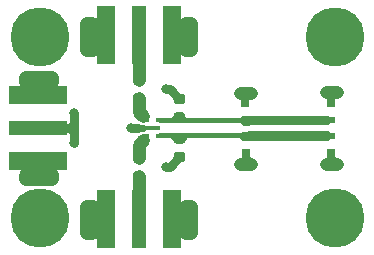
<source format=gbr>
%TF.GenerationSoftware,KiCad,Pcbnew,5.1.10-88a1d61d58~88~ubuntu18.04.1*%
%TF.CreationDate,2021-09-27T15:38:39+02:00*%
%TF.ProjectId,rf_phase_shifter_5_8GHz,72665f70-6861-4736-955f-736869667465,1.0.0*%
%TF.SameCoordinates,Original*%
%TF.FileFunction,Copper,L1,Top*%
%TF.FilePolarity,Positive*%
%FSLAX46Y46*%
G04 Gerber Fmt 4.6, Leading zero omitted, Abs format (unit mm)*
G04 Created by KiCad (PCBNEW 5.1.10-88a1d61d58~88~ubuntu18.04.1) date 2021-09-27 15:38:39*
%MOMM*%
%LPD*%
G01*
G04 APERTURE LIST*
%TA.AperFunction,SMDPad,CuDef*%
%ADD10R,5.000000X1.200000*%
%TD*%
%TA.AperFunction,SMDPad,CuDef*%
%ADD11R,5.000000X1.600000*%
%TD*%
%TA.AperFunction,SMDPad,CuDef*%
%ADD12R,1.200000X5.000000*%
%TD*%
%TA.AperFunction,SMDPad,CuDef*%
%ADD13R,1.600000X5.000000*%
%TD*%
%TA.AperFunction,SMDPad,CuDef*%
%ADD14R,0.330000X0.350000*%
%TD*%
%TA.AperFunction,SMDPad,CuDef*%
%ADD15R,0.700000X0.600000*%
%TD*%
%TA.AperFunction,ViaPad*%
%ADD16C,5.000000*%
%TD*%
%TA.AperFunction,ViaPad*%
%ADD17C,0.800000*%
%TD*%
%TA.AperFunction,Conductor*%
%ADD18C,0.250000*%
%TD*%
%TA.AperFunction,Conductor*%
%ADD19C,0.400000*%
%TD*%
%TA.AperFunction,Conductor*%
%ADD20C,1.099520*%
%TD*%
%TA.AperFunction,Conductor*%
%ADD21C,0.350000*%
%TD*%
%TA.AperFunction,Conductor*%
%ADD22C,0.650000*%
%TD*%
%TA.AperFunction,Conductor*%
%ADD23C,0.500000*%
%TD*%
%TA.AperFunction,Conductor*%
%ADD24C,0.790000*%
%TD*%
G04 APERTURE END LIST*
%TO.P,TL4,2*%
%TO.N,Net-(D4-Pad1)*%
%TA.AperFunction,SMDPad,CuDef*%
G36*
G01*
X96098850Y-59783435D02*
X96098850Y-59388285D01*
G75*
G02*
X96296425Y-59190710I197575J0D01*
G01*
X100506775Y-59190710D01*
G75*
G02*
X100704350Y-59388285I0J-197575D01*
G01*
X100704350Y-59783435D01*
G75*
G02*
X100506775Y-59981010I-197575J0D01*
G01*
X96296425Y-59981010D01*
G75*
G02*
X96098850Y-59783435I0J197575D01*
G01*
G37*
%TD.AperFunction*%
%TO.P,TL4,1*%
%TO.N,Net-(D2-Pad1)*%
%TA.AperFunction,SMDPad,CuDef*%
G36*
G01*
X93493350Y-59783435D02*
X93493350Y-59388285D01*
G75*
G02*
X93690925Y-59190710I197575J0D01*
G01*
X97901275Y-59190710D01*
G75*
G02*
X98098850Y-59388285I0J-197575D01*
G01*
X98098850Y-59783435D01*
G75*
G02*
X97901275Y-59981010I-197575J0D01*
G01*
X93690925Y-59981010D01*
G75*
G02*
X93493350Y-59783435I0J197575D01*
G01*
G37*
%TD.AperFunction*%
%TD*%
%TO.P,TL3,2*%
%TO.N,Net-(D3-Pad1)*%
%TA.AperFunction,SMDPad,CuDef*%
G36*
G01*
X96098850Y-58465175D02*
X96098850Y-58070025D01*
G75*
G02*
X96296425Y-57872450I197575J0D01*
G01*
X100506775Y-57872450D01*
G75*
G02*
X100704350Y-58070025I0J-197575D01*
G01*
X100704350Y-58465175D01*
G75*
G02*
X100506775Y-58662750I-197575J0D01*
G01*
X96296425Y-58662750D01*
G75*
G02*
X96098850Y-58465175I0J197575D01*
G01*
G37*
%TD.AperFunction*%
%TO.P,TL3,1*%
%TO.N,Net-(D1-Pad1)*%
%TA.AperFunction,SMDPad,CuDef*%
G36*
G01*
X93493350Y-58465175D02*
X93493350Y-58070025D01*
G75*
G02*
X93690925Y-57872450I197575J0D01*
G01*
X97901275Y-57872450D01*
G75*
G02*
X98098850Y-58070025I0J-197575D01*
G01*
X98098850Y-58465175D01*
G75*
G02*
X97901275Y-58662750I-197575J0D01*
G01*
X93690925Y-58662750D01*
G75*
G02*
X93493350Y-58465175I0J197575D01*
G01*
G37*
%TD.AperFunction*%
%TD*%
%TO.P,TL2,2*%
%TO.N,Net-(D2-Pad1)*%
%TA.AperFunction,SMDPad,CuDef*%
G36*
G01*
X88793300Y-59684265D02*
X88793300Y-59472215D01*
G75*
G02*
X88899325Y-59366190I106025J0D01*
G01*
X93388275Y-59366190D01*
G75*
G02*
X93494300Y-59472215I0J-106025D01*
G01*
X93494300Y-59684265D01*
G75*
G02*
X93388275Y-59790290I-106025J0D01*
G01*
X88899325Y-59790290D01*
G75*
G02*
X88793300Y-59684265I0J106025D01*
G01*
G37*
%TD.AperFunction*%
%TO.P,TL2,1*%
%TO.N,Net-(FL1-Pad4)*%
%TA.AperFunction,SMDPad,CuDef*%
G36*
G01*
X86092300Y-59684265D02*
X86092300Y-59472215D01*
G75*
G02*
X86198325Y-59366190I106025J0D01*
G01*
X90687275Y-59366190D01*
G75*
G02*
X90793300Y-59472215I0J-106025D01*
G01*
X90793300Y-59684265D01*
G75*
G02*
X90687275Y-59790290I-106025J0D01*
G01*
X86198325Y-59790290D01*
G75*
G02*
X86092300Y-59684265I0J106025D01*
G01*
G37*
%TD.AperFunction*%
%TD*%
%TO.P,TL1,2*%
%TO.N,Net-(D1-Pad1)*%
%TA.AperFunction,SMDPad,CuDef*%
G36*
G01*
X88793300Y-58383785D02*
X88793300Y-58171735D01*
G75*
G02*
X88899325Y-58065710I106025J0D01*
G01*
X93388275Y-58065710D01*
G75*
G02*
X93494300Y-58171735I0J-106025D01*
G01*
X93494300Y-58383785D01*
G75*
G02*
X93388275Y-58489810I-106025J0D01*
G01*
X88899325Y-58489810D01*
G75*
G02*
X88793300Y-58383785I0J106025D01*
G01*
G37*
%TD.AperFunction*%
%TO.P,TL1,1*%
%TO.N,Net-(FL1-Pad6)*%
%TA.AperFunction,SMDPad,CuDef*%
G36*
G01*
X86092300Y-58383785D02*
X86092300Y-58171735D01*
G75*
G02*
X86198325Y-58065710I106025J0D01*
G01*
X90687275Y-58065710D01*
G75*
G02*
X90793300Y-58171735I0J-106025D01*
G01*
X90793300Y-58383785D01*
G75*
G02*
X90687275Y-58489810I-106025J0D01*
G01*
X86198325Y-58489810D01*
G75*
G02*
X86092300Y-58383785I0J106025D01*
G01*
G37*
%TD.AperFunction*%
%TD*%
D10*
%TO.P,J3,1*%
%TO.N,Net-(J3-Pad1)*%
X75946000Y-58928000D03*
D11*
%TO.P,J3,2*%
%TO.N,GND*%
X75946000Y-61698000D03*
X75946000Y-56158000D03*
%TD*%
D12*
%TO.P,J2,1*%
%TO.N,Net-(C2-Pad1)*%
X84455000Y-66654000D03*
D13*
%TO.P,J2,2*%
%TO.N,GND*%
X87225000Y-66654000D03*
X81685000Y-66654000D03*
%TD*%
D12*
%TO.P,J1,1*%
%TO.N,Net-(C1-Pad2)*%
X84455000Y-51054000D03*
D13*
%TO.P,J1,2*%
%TO.N,GND*%
X81685000Y-51054000D03*
X87225000Y-51054000D03*
%TD*%
D14*
%TO.P,FL1,1*%
%TO.N,Net-(C1-Pad1)*%
X85103000Y-58278000D03*
%TO.P,FL1,2*%
%TO.N,GND*%
X85103000Y-58928000D03*
%TO.P,FL1,3*%
%TO.N,Net-(C2-Pad2)*%
X85103000Y-59578000D03*
%TO.P,FL1,4*%
%TO.N,Net-(FL1-Pad4)*%
X86093000Y-59578000D03*
%TO.P,FL1,5*%
%TO.N,GND*%
X86093000Y-58928000D03*
%TO.P,FL1,6*%
%TO.N,Net-(FL1-Pad6)*%
X86093000Y-58278000D03*
%TD*%
D15*
%TO.P,D4,1*%
%TO.N,Net-(D4-Pad1)*%
X100685600Y-59586900D03*
%TO.P,D4,2*%
%TO.N,GND*%
X100685600Y-60986900D03*
%TD*%
%TO.P,L2,2*%
%TO.N,Net-(FL1-Pad4)*%
%TA.AperFunction,SMDPad,CuDef*%
G36*
G01*
X88140250Y-60254500D02*
X87627750Y-60254500D01*
G75*
G02*
X87409000Y-60035750I0J218750D01*
G01*
X87409000Y-59598250D01*
G75*
G02*
X87627750Y-59379500I218750J0D01*
G01*
X88140250Y-59379500D01*
G75*
G02*
X88359000Y-59598250I0J-218750D01*
G01*
X88359000Y-60035750D01*
G75*
G02*
X88140250Y-60254500I-218750J0D01*
G01*
G37*
%TD.AperFunction*%
%TO.P,L2,1*%
%TO.N,Net-(J3-Pad1)*%
%TA.AperFunction,SMDPad,CuDef*%
G36*
G01*
X88140250Y-61829500D02*
X87627750Y-61829500D01*
G75*
G02*
X87409000Y-61610750I0J218750D01*
G01*
X87409000Y-61173250D01*
G75*
G02*
X87627750Y-60954500I218750J0D01*
G01*
X88140250Y-60954500D01*
G75*
G02*
X88359000Y-61173250I0J-218750D01*
G01*
X88359000Y-61610750D01*
G75*
G02*
X88140250Y-61829500I-218750J0D01*
G01*
G37*
%TD.AperFunction*%
%TD*%
%TO.P,L1,2*%
%TO.N,Net-(FL1-Pad6)*%
%TA.AperFunction,SMDPad,CuDef*%
G36*
G01*
X87627750Y-57601500D02*
X88140250Y-57601500D01*
G75*
G02*
X88359000Y-57820250I0J-218750D01*
G01*
X88359000Y-58257750D01*
G75*
G02*
X88140250Y-58476500I-218750J0D01*
G01*
X87627750Y-58476500D01*
G75*
G02*
X87409000Y-58257750I0J218750D01*
G01*
X87409000Y-57820250D01*
G75*
G02*
X87627750Y-57601500I218750J0D01*
G01*
G37*
%TD.AperFunction*%
%TO.P,L1,1*%
%TO.N,Net-(J3-Pad1)*%
%TA.AperFunction,SMDPad,CuDef*%
G36*
G01*
X87627750Y-56026500D02*
X88140250Y-56026500D01*
G75*
G02*
X88359000Y-56245250I0J-218750D01*
G01*
X88359000Y-56682750D01*
G75*
G02*
X88140250Y-56901500I-218750J0D01*
G01*
X87627750Y-56901500D01*
G75*
G02*
X87409000Y-56682750I0J218750D01*
G01*
X87409000Y-56245250D01*
G75*
G02*
X87627750Y-56026500I218750J0D01*
G01*
G37*
%TD.AperFunction*%
%TD*%
%TO.P,D3,1*%
%TO.N,Net-(D3-Pad1)*%
X100685600Y-58269100D03*
%TO.P,D3,2*%
%TO.N,GND*%
X100685600Y-56869100D03*
%TD*%
%TO.P,D2,2*%
%TO.N,GND*%
X93484700Y-60986900D03*
%TO.P,D2,1*%
%TO.N,Net-(D2-Pad1)*%
X93484700Y-59586900D03*
%TD*%
%TO.P,D1,2*%
%TO.N,GND*%
X93472000Y-56869100D03*
%TO.P,D1,1*%
%TO.N,Net-(D1-Pad1)*%
X93472000Y-58269100D03*
%TD*%
%TO.P,C2,2*%
%TO.N,Net-(C2-Pad2)*%
%TA.AperFunction,SMDPad,CuDef*%
G36*
G01*
X84705000Y-61905000D02*
X84205000Y-61905000D01*
G75*
G02*
X83980000Y-61680000I0J225000D01*
G01*
X83980000Y-61230000D01*
G75*
G02*
X84205000Y-61005000I225000J0D01*
G01*
X84705000Y-61005000D01*
G75*
G02*
X84930000Y-61230000I0J-225000D01*
G01*
X84930000Y-61680000D01*
G75*
G02*
X84705000Y-61905000I-225000J0D01*
G01*
G37*
%TD.AperFunction*%
%TO.P,C2,1*%
%TO.N,Net-(C2-Pad1)*%
%TA.AperFunction,SMDPad,CuDef*%
G36*
G01*
X84705000Y-63455000D02*
X84205000Y-63455000D01*
G75*
G02*
X83980000Y-63230000I0J225000D01*
G01*
X83980000Y-62780000D01*
G75*
G02*
X84205000Y-62555000I225000J0D01*
G01*
X84705000Y-62555000D01*
G75*
G02*
X84930000Y-62780000I0J-225000D01*
G01*
X84930000Y-63230000D01*
G75*
G02*
X84705000Y-63455000I-225000J0D01*
G01*
G37*
%TD.AperFunction*%
%TD*%
%TO.P,C1,2*%
%TO.N,Net-(C1-Pad2)*%
%TA.AperFunction,SMDPad,CuDef*%
G36*
G01*
X84705000Y-55301000D02*
X84205000Y-55301000D01*
G75*
G02*
X83980000Y-55076000I0J225000D01*
G01*
X83980000Y-54626000D01*
G75*
G02*
X84205000Y-54401000I225000J0D01*
G01*
X84705000Y-54401000D01*
G75*
G02*
X84930000Y-54626000I0J-225000D01*
G01*
X84930000Y-55076000D01*
G75*
G02*
X84705000Y-55301000I-225000J0D01*
G01*
G37*
%TD.AperFunction*%
%TO.P,C1,1*%
%TO.N,Net-(C1-Pad1)*%
%TA.AperFunction,SMDPad,CuDef*%
G36*
G01*
X84705000Y-56851000D02*
X84205000Y-56851000D01*
G75*
G02*
X83980000Y-56626000I0J225000D01*
G01*
X83980000Y-56176000D01*
G75*
G02*
X84205000Y-55951000I225000J0D01*
G01*
X84705000Y-55951000D01*
G75*
G02*
X84930000Y-56176000I0J-225000D01*
G01*
X84930000Y-56626000D01*
G75*
G02*
X84705000Y-56851000I-225000J0D01*
G01*
G37*
%TD.AperFunction*%
%TD*%
D16*
%TO.N,GND*%
X76073000Y-51181000D03*
X76073000Y-66548000D03*
X101092000Y-51181000D03*
X101092000Y-66548000D03*
D17*
X93916500Y-55918100D03*
X93027500Y-55918100D03*
X101219000Y-55854600D03*
X100330000Y-55854600D03*
X101219000Y-62001400D03*
X100330000Y-62001400D03*
X93941900Y-61937900D03*
X93052900Y-61937900D03*
X75946000Y-63246000D03*
X77089000Y-63246000D03*
X74803000Y-63246000D03*
X75946000Y-54610000D03*
X77089000Y-54610000D03*
X74803000Y-54610000D03*
X80010000Y-51181000D03*
X80010000Y-52324000D03*
X80010000Y-50038000D03*
X88900000Y-51181000D03*
X88900000Y-52324000D03*
X88900000Y-50038000D03*
X88900000Y-66675000D03*
X88900000Y-67818000D03*
X88900000Y-65532000D03*
X80010000Y-67818000D03*
X80010000Y-65532000D03*
X83820000Y-58928000D03*
X80010000Y-66675000D03*
%TO.N,Net-(J3-Pad1)*%
X78994000Y-57658000D03*
X78994000Y-60198000D03*
X86741000Y-55626000D03*
X86741000Y-62230000D03*
%TD*%
D18*
%TO.N,Net-(D1-Pad1)*%
X93004640Y-58262520D02*
X93248480Y-58018680D01*
X93266260Y-58539380D02*
X93748860Y-58539380D01*
X93253560Y-58531760D02*
X93009720Y-58287920D01*
X93268800Y-57998360D02*
X93751400Y-57998360D01*
%TO.N,Net-(D2-Pad1)*%
X93284040Y-59314080D02*
X93766640Y-59314080D01*
X93281500Y-59855100D02*
X93764100Y-59855100D01*
X93268800Y-59847480D02*
X93024960Y-59603640D01*
D19*
%TO.N,Net-(FL1-Pad4)*%
X87376000Y-59690000D02*
X87565250Y-59879250D01*
X87630000Y-59817000D02*
X87440750Y-59627750D01*
%TO.N,Net-(FL1-Pad6)*%
X87376000Y-58166000D02*
X87565250Y-57976750D01*
D20*
%TO.N,Net-(C1-Pad2)*%
X84455000Y-54851000D02*
X84455000Y-51202000D01*
%TO.N,Net-(C1-Pad1)*%
X84836000Y-57912000D02*
X84455000Y-57531000D01*
X84455000Y-56401000D02*
X84455000Y-57531000D01*
%TO.N,Net-(C2-Pad2)*%
X84455000Y-61455000D02*
X84455000Y-60351000D01*
X84455000Y-60351000D02*
X84455000Y-60325000D01*
X84455000Y-60325000D02*
X84836000Y-59944000D01*
%TO.N,Net-(C2-Pad1)*%
X84455000Y-66654000D02*
X84455000Y-63005000D01*
D18*
%TO.N,Net-(D1-Pad1)*%
X95773840Y-58269100D02*
X95773840Y-58267600D01*
X93472000Y-58269100D02*
X95773840Y-58269100D01*
X91152460Y-58269100D02*
X91143800Y-58277760D01*
X93472000Y-58269100D02*
X91152460Y-58269100D01*
%TO.N,GND*%
X84344445Y-59197240D02*
X84090445Y-59197240D01*
D21*
X84074000Y-58928000D02*
X83820000Y-58928000D01*
X84989000Y-58928000D02*
X85979000Y-58928000D01*
D20*
X93027500Y-55918100D02*
X93916500Y-55918100D01*
X93052900Y-61937900D02*
X93941900Y-61937900D01*
X100330000Y-62001400D02*
X101219000Y-62001400D01*
X100330000Y-55854600D02*
X101219000Y-55854600D01*
D22*
X100685600Y-61645800D02*
X100330000Y-62001400D01*
X100685600Y-61468000D02*
X101219000Y-62001400D01*
X100685600Y-61112400D02*
X100685600Y-61593500D01*
X100685600Y-61112400D02*
X100685600Y-61771300D01*
X100685600Y-56388000D02*
X101219000Y-55854600D01*
X100685600Y-56757050D02*
X100685600Y-56275950D01*
X100685600Y-56210200D02*
X100330000Y-55854600D01*
X100685600Y-56743600D02*
X100685600Y-56084700D01*
X93484700Y-61480700D02*
X93941900Y-61937900D01*
X93484700Y-61041800D02*
X93484700Y-61535600D01*
X93484700Y-61506100D02*
X93052900Y-61937900D01*
X93484700Y-61054500D02*
X93484700Y-61573700D01*
X93472000Y-56362600D02*
X93027500Y-55918100D01*
X93472000Y-56807100D02*
X93472000Y-56300600D01*
X93472000Y-56362600D02*
X93916500Y-55918100D01*
D20*
X88900000Y-67818000D02*
X88900000Y-65532000D01*
X80010000Y-65532000D02*
X80010000Y-67310000D01*
X80010000Y-67310000D02*
X80010000Y-67818000D01*
X80031000Y-66654000D02*
X80010000Y-66675000D01*
X81685000Y-66654000D02*
X80031000Y-66654000D01*
X80563000Y-65532000D02*
X81685000Y-66654000D01*
X80010000Y-65532000D02*
X80563000Y-65532000D01*
X80521000Y-67818000D02*
X81685000Y-66654000D01*
X80010000Y-67818000D02*
X80521000Y-67818000D01*
X88347000Y-65532000D02*
X87225000Y-66654000D01*
X88900000Y-65532000D02*
X88347000Y-65532000D01*
X87246000Y-66675000D02*
X87225000Y-66654000D01*
X88900000Y-66675000D02*
X87246000Y-66675000D01*
X88389000Y-67818000D02*
X87225000Y-66654000D01*
X88900000Y-67818000D02*
X88389000Y-67818000D01*
X74803000Y-63246000D02*
X77089000Y-63246000D01*
X75946000Y-61719000D02*
X75967000Y-61698000D01*
X75946000Y-63246000D02*
X75946000Y-61719000D01*
X74803000Y-62862000D02*
X75967000Y-61698000D01*
X74803000Y-63246000D02*
X74803000Y-62862000D01*
X77089000Y-62820000D02*
X75967000Y-61698000D01*
X77089000Y-63246000D02*
X77089000Y-62820000D01*
X75946000Y-56137000D02*
X75967000Y-56158000D01*
X75946000Y-54610000D02*
X75946000Y-56137000D01*
X77089000Y-55036000D02*
X75967000Y-56158000D01*
X77089000Y-54610000D02*
X77089000Y-55036000D01*
X77089000Y-54610000D02*
X74803000Y-54610000D01*
X74803000Y-54994000D02*
X75967000Y-56158000D01*
X74803000Y-54610000D02*
X74803000Y-54994000D01*
X80010000Y-50038000D02*
X80010000Y-52324000D01*
X80563000Y-52324000D02*
X81685000Y-51202000D01*
X80010000Y-52324000D02*
X80563000Y-52324000D01*
X81664000Y-51181000D02*
X81685000Y-51202000D01*
X80010000Y-51181000D02*
X81664000Y-51181000D01*
X80521000Y-50038000D02*
X81685000Y-51202000D01*
X80010000Y-50038000D02*
X80521000Y-50038000D01*
X87246000Y-51181000D02*
X87225000Y-51202000D01*
X88900000Y-51181000D02*
X87246000Y-51181000D01*
X88389000Y-50038000D02*
X87225000Y-51202000D01*
X88900000Y-50038000D02*
X88389000Y-50038000D01*
X88347000Y-52324000D02*
X87225000Y-51202000D01*
X88900000Y-52324000D02*
X88347000Y-52324000D01*
X88900000Y-50038000D02*
X88900000Y-52324000D01*
D21*
X84582000Y-58928000D02*
X84074000Y-58928000D01*
D18*
X84963000Y-58928000D02*
X84821768Y-58786768D01*
X85103000Y-58928000D02*
X84963000Y-58928000D01*
X84709000Y-58899536D02*
X84821768Y-58786768D01*
X84709000Y-58928000D02*
X84709000Y-58899536D01*
D21*
X85103000Y-58928000D02*
X84709000Y-58928000D01*
X84709000Y-58928000D02*
X84582000Y-58928000D01*
D18*
X84374284Y-58786768D02*
X84233052Y-58928000D01*
X84694768Y-58786768D02*
X84473658Y-58786768D01*
X84821768Y-58786768D02*
X84694768Y-58786768D01*
X84694768Y-58786768D02*
X84374284Y-58786768D01*
X84473658Y-58786768D02*
X84344445Y-58657555D01*
X85090000Y-58928000D02*
X84989000Y-58928000D01*
X85103000Y-58928000D02*
X85090000Y-58928000D01*
X84709000Y-58928000D02*
X84709000Y-59055000D01*
X84836000Y-59055000D02*
X84963000Y-58928000D01*
X84709000Y-59055000D02*
X84836000Y-59055000D01*
X84709000Y-58928000D02*
X84233052Y-58928000D01*
X84090445Y-58657555D02*
X83820000Y-58928000D01*
X84344445Y-58657555D02*
X84090445Y-58657555D01*
X83820000Y-58928000D02*
X83820000Y-59055000D01*
X84487890Y-59055000D02*
X84836000Y-59055000D01*
X84360890Y-59182000D02*
X84487890Y-59055000D01*
X83947000Y-59182000D02*
X84360890Y-59182000D01*
X83820000Y-59055000D02*
X83947000Y-59182000D01*
D23*
X84277200Y-58928000D02*
X84582000Y-58928000D01*
X83820000Y-58928000D02*
X84277200Y-58928000D01*
D24*
X83820000Y-58928000D02*
X84233052Y-58928000D01*
D18*
%TO.N,Net-(D2-Pad1)*%
X95773840Y-59578240D02*
X95773840Y-59585860D01*
X91143800Y-59578240D02*
X95773840Y-59578240D01*
X91143800Y-59578240D02*
X92897960Y-59578240D01*
X93019880Y-59578240D02*
X93263720Y-59334400D01*
X91143800Y-59578240D02*
X92999560Y-59578240D01*
D24*
%TO.N,Net-(J3-Pad1)*%
X75967000Y-58928000D02*
X78613000Y-58928000D01*
X78994000Y-58547000D02*
X78994000Y-57658000D01*
X78613000Y-58928000D02*
X78994000Y-58547000D01*
X78994000Y-57658000D02*
X78994000Y-60198000D01*
X78994000Y-59309000D02*
X78613000Y-58928000D01*
X78994000Y-60198000D02*
X78994000Y-59309000D01*
X87046000Y-55626000D02*
X87884000Y-56464000D01*
X86741000Y-55626000D02*
X87046000Y-55626000D01*
X87046000Y-62230000D02*
X87884000Y-61392000D01*
X86741000Y-62230000D02*
X87046000Y-62230000D01*
D21*
%TO.N,Net-(D3-Pad1)*%
X100684100Y-58267600D02*
X100685600Y-58269100D01*
%TO.N,Net-(D4-Pad1)*%
X100684100Y-59588400D02*
X100685600Y-59586900D01*
D19*
%TO.N,Net-(FL1-Pad4)*%
X88393290Y-59627750D02*
X88393290Y-59578240D01*
X88204040Y-59817000D02*
X88393290Y-59627750D01*
X87884000Y-59817000D02*
X88204040Y-59817000D01*
%TO.N,Net-(FL1-Pad6)*%
X88393290Y-58228250D02*
X88393290Y-58277760D01*
X88204040Y-58039000D02*
X88393290Y-58228250D01*
X87884000Y-58039000D02*
X88204040Y-58039000D01*
%TD*%
M02*

</source>
